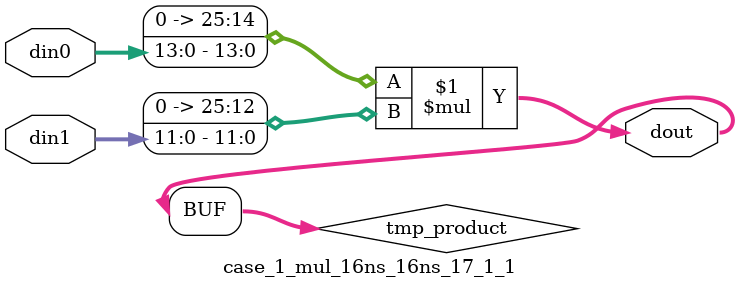
<source format=v>

`timescale 1 ns / 1 ps

 (* use_dsp = "no" *)  module case_1_mul_16ns_16ns_17_1_1(din0, din1, dout);
parameter ID = 1;
parameter NUM_STAGE = 0;
parameter din0_WIDTH = 14;
parameter din1_WIDTH = 12;
parameter dout_WIDTH = 26;

input [din0_WIDTH - 1 : 0] din0; 
input [din1_WIDTH - 1 : 0] din1; 
output [dout_WIDTH - 1 : 0] dout;

wire signed [dout_WIDTH - 1 : 0] tmp_product;
























assign tmp_product = $signed({1'b0, din0}) * $signed({1'b0, din1});











assign dout = tmp_product;





















endmodule

</source>
